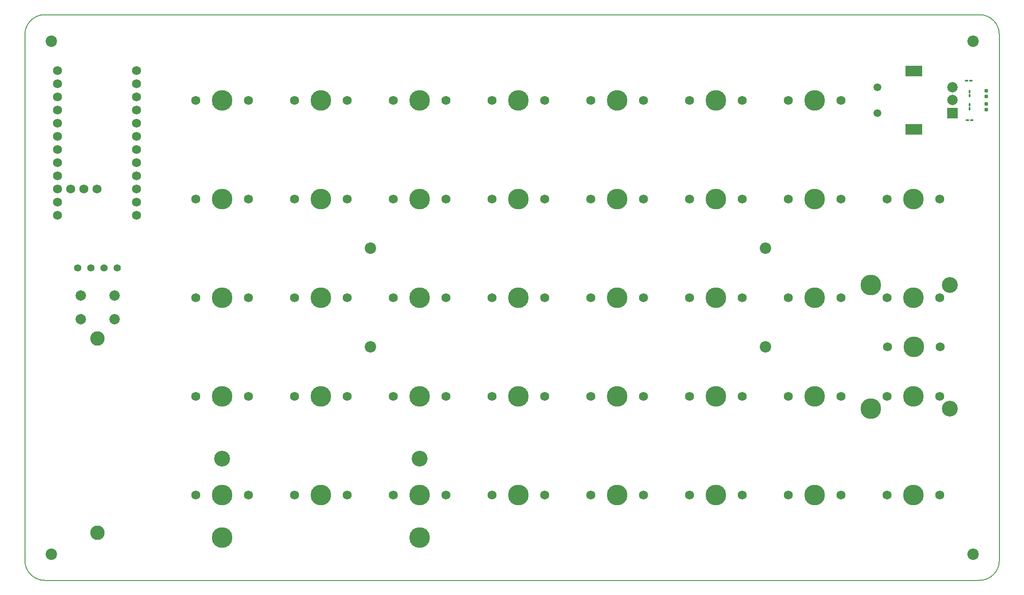
<source format=gbr>
G04 #@! TF.GenerationSoftware,KiCad,Pcbnew,(6.0.1)*
G04 #@! TF.CreationDate,2022-02-23T16:18:42+00:00*
G04 #@! TF.ProjectId,Keyboard Right Hand Side,4b657962-6f61-4726-9420-526967687420,rev?*
G04 #@! TF.SameCoordinates,Original*
G04 #@! TF.FileFunction,Soldermask,Top*
G04 #@! TF.FilePolarity,Negative*
%FSLAX46Y46*%
G04 Gerber Fmt 4.6, Leading zero omitted, Abs format (unit mm)*
G04 Created by KiCad (PCBNEW (6.0.1)) date 2022-02-23 16:18:42*
%MOMM*%
%LPD*%
G01*
G04 APERTURE LIST*
G04 Aperture macros list*
%AMRoundRect*
0 Rectangle with rounded corners*
0 $1 Rounding radius*
0 $2 $3 $4 $5 $6 $7 $8 $9 X,Y pos of 4 corners*
0 Add a 4 corners polygon primitive as box body*
4,1,4,$2,$3,$4,$5,$6,$7,$8,$9,$2,$3,0*
0 Add four circle primitives for the rounded corners*
1,1,$1+$1,$2,$3*
1,1,$1+$1,$4,$5*
1,1,$1+$1,$6,$7*
1,1,$1+$1,$8,$9*
0 Add four rect primitives between the rounded corners*
20,1,$1+$1,$2,$3,$4,$5,0*
20,1,$1+$1,$4,$5,$6,$7,0*
20,1,$1+$1,$6,$7,$8,$9,0*
20,1,$1+$1,$8,$9,$2,$3,0*%
G04 Aperture macros list end*
G04 #@! TA.AperFunction,Profile*
%ADD10C,0.200000*%
G04 #@! TD*
%ADD11C,2.200000*%
%ADD12C,3.987800*%
%ADD13C,1.750000*%
%ADD14RoundRect,0.100000X0.217500X0.100000X-0.217500X0.100000X-0.217500X-0.100000X0.217500X-0.100000X0*%
%ADD15RoundRect,0.155000X-0.155000X0.212500X-0.155000X-0.212500X0.155000X-0.212500X0.155000X0.212500X0*%
%ADD16RoundRect,0.100000X-0.100000X0.217500X-0.100000X-0.217500X0.100000X-0.217500X0.100000X0.217500X0*%
%ADD17C,3.048000*%
%ADD18C,2.000000*%
%ADD19RoundRect,0.100000X0.100000X-0.217500X0.100000X0.217500X-0.100000X0.217500X-0.100000X-0.217500X0*%
%ADD20C,1.500000*%
%ADD21R,2.000000X2.000000*%
%ADD22R,3.200000X2.000000*%
%ADD23C,1.397000*%
%ADD24C,1.752600*%
%ADD25C,2.800000*%
G04 APERTURE END LIST*
D10*
X264793323Y-41276677D02*
G75*
G03*
X260983323Y-37466677I-3809999J1D01*
G01*
X260983323Y-146683323D02*
G75*
G03*
X264793323Y-142873323I1J3809999D01*
G01*
X80646677Y-37466677D02*
X260983323Y-37466677D01*
X76836677Y-142873323D02*
X76836677Y-41276677D01*
X260983323Y-146683323D02*
X80646677Y-146683323D01*
X80646677Y-37466677D02*
G75*
G03*
X76836677Y-41276677I-1J-3809999D01*
G01*
X76836677Y-142873323D02*
G75*
G03*
X80646677Y-146683323I3809999J-1D01*
G01*
X264793323Y-41276677D02*
X264793323Y-142873323D01*
D11*
X259715000Y-42545000D03*
X81915000Y-42545000D03*
X81915000Y-141605000D03*
X259715000Y-141605000D03*
X219710000Y-101600000D03*
X143510000Y-101600000D03*
X219710000Y-82550000D03*
X143510000Y-82550000D03*
D12*
X172057300Y-92083000D03*
D13*
X177137300Y-92083000D03*
X166977300Y-92083000D03*
D14*
X259285000Y-50165000D03*
X258470000Y-50165000D03*
D12*
X191107300Y-130183000D03*
D13*
X186027300Y-130183000D03*
X196187300Y-130183000D03*
D15*
X262255000Y-52137500D03*
X262255000Y-53272500D03*
D12*
X191107300Y-73033000D03*
D13*
X186027300Y-73033000D03*
X196187300Y-73033000D03*
X128877300Y-111133000D03*
D12*
X133957300Y-111133000D03*
D13*
X139037300Y-111133000D03*
D16*
X259080000Y-54837500D03*
X259080000Y-55652500D03*
D13*
X128877300Y-92083000D03*
X139037300Y-92083000D03*
D12*
X133957300Y-92083000D03*
D13*
X215237300Y-92083000D03*
X205077300Y-92083000D03*
D12*
X210157300Y-92083000D03*
D13*
X119987300Y-53983000D03*
D12*
X114907300Y-53983000D03*
D13*
X109827300Y-53983000D03*
D14*
X259487500Y-57785000D03*
X258672500Y-57785000D03*
D13*
X234287300Y-111133000D03*
X224127300Y-111133000D03*
D12*
X229207300Y-111133000D03*
D13*
X177137300Y-53983000D03*
X166977300Y-53983000D03*
D12*
X172057300Y-53983000D03*
D13*
X224127300Y-92083000D03*
X234287300Y-92083000D03*
D12*
X229207300Y-92083000D03*
D13*
X158087300Y-73033000D03*
D12*
X153007300Y-73033000D03*
D13*
X147927300Y-73033000D03*
X166977300Y-73033000D03*
D12*
X172057300Y-73033000D03*
D13*
X177137300Y-73033000D03*
X119987300Y-130183000D03*
D12*
X114907300Y-130183000D03*
D13*
X109827300Y-130183000D03*
D15*
X262255000Y-54677500D03*
X262255000Y-55812500D03*
D12*
X133957300Y-130183000D03*
D17*
X114907300Y-123198000D03*
D12*
X153007300Y-138438000D03*
D13*
X139037300Y-130183000D03*
X128877300Y-130183000D03*
D12*
X114907300Y-138438000D03*
D17*
X153007300Y-123198000D03*
D13*
X253337300Y-130183000D03*
D12*
X248257300Y-130183000D03*
D13*
X243177300Y-130183000D03*
D18*
X87630000Y-91730000D03*
X94130000Y-91730000D03*
X87630000Y-96230000D03*
X94130000Y-96230000D03*
D12*
X191107300Y-111133000D03*
D13*
X186027300Y-111133000D03*
X196187300Y-111133000D03*
X158087300Y-53983000D03*
X147927300Y-53983000D03*
D12*
X153007300Y-53983000D03*
X133957300Y-73033000D03*
D13*
X139037300Y-73033000D03*
X128877300Y-73033000D03*
D12*
X191107300Y-92083000D03*
D13*
X196187300Y-92083000D03*
X186027300Y-92083000D03*
X234287300Y-73033000D03*
X224127300Y-73033000D03*
D12*
X229207300Y-73033000D03*
D13*
X243177300Y-73033000D03*
X253337300Y-73033000D03*
D12*
X248257300Y-73033000D03*
D13*
X166977300Y-111133000D03*
X177137300Y-111133000D03*
D12*
X172057300Y-111133000D03*
D13*
X205077300Y-73033000D03*
D12*
X210157300Y-73033000D03*
D13*
X215237300Y-73033000D03*
D12*
X172057300Y-130183000D03*
D13*
X166977300Y-130183000D03*
X177137300Y-130183000D03*
X147927300Y-130183000D03*
D12*
X153007300Y-130183000D03*
D13*
X158087300Y-130183000D03*
D19*
X259080000Y-53112500D03*
X259080000Y-52297500D03*
D13*
X128877300Y-53983000D03*
X139037300Y-53983000D03*
D12*
X133957300Y-53983000D03*
D20*
X241275000Y-51470000D03*
X241275000Y-56470000D03*
D21*
X255775000Y-56470000D03*
D18*
X255775000Y-51470000D03*
X255775000Y-53970000D03*
D22*
X248275000Y-48370000D03*
X248275000Y-59570000D03*
D12*
X248272300Y-101603000D03*
D17*
X255257300Y-113541000D03*
D12*
X240017300Y-89665000D03*
X240017300Y-113541000D03*
D17*
X255257300Y-89665000D03*
D13*
X243192300Y-101603000D03*
X253352300Y-101603000D03*
X224127300Y-53983000D03*
D12*
X229207300Y-53983000D03*
D13*
X234287300Y-53983000D03*
D12*
X248242300Y-111133000D03*
D13*
X253322300Y-111133000D03*
X243162300Y-111133000D03*
X119987300Y-73033000D03*
D12*
X114907300Y-73033000D03*
D13*
X109827300Y-73033000D03*
X215237300Y-53983000D03*
X205077300Y-53983000D03*
D12*
X210157300Y-53983000D03*
X153007300Y-111133000D03*
D13*
X147927300Y-111133000D03*
X158087300Y-111133000D03*
X234287300Y-130183000D03*
X224127300Y-130183000D03*
D12*
X229207300Y-130183000D03*
D23*
X94605000Y-86360000D03*
X92065000Y-86360000D03*
X89525000Y-86360000D03*
X86985000Y-86360000D03*
D13*
X215237300Y-130183000D03*
D12*
X210157300Y-130183000D03*
D13*
X205077300Y-130183000D03*
D12*
X210157300Y-111133000D03*
D13*
X205077300Y-111133000D03*
X215237300Y-111133000D03*
D24*
X83157300Y-48234750D03*
X83157300Y-50774750D03*
X83157300Y-53314750D03*
X83157300Y-55854750D03*
X83157300Y-58394750D03*
X83157300Y-60934750D03*
X83157300Y-63474750D03*
X83157300Y-66014750D03*
X83157300Y-68554750D03*
X83157300Y-71094750D03*
X83157300Y-73634750D03*
X83157300Y-76174750D03*
X98397300Y-76174750D03*
X98397300Y-73634750D03*
X98397300Y-71094750D03*
X98397300Y-68554750D03*
X98397300Y-66014750D03*
X98397300Y-63474750D03*
X98397300Y-60934750D03*
X98397300Y-58394750D03*
X98397300Y-55854750D03*
X98397300Y-53314750D03*
X98397300Y-50774750D03*
X98397300Y-48234750D03*
X85697300Y-71094750D03*
X88237300Y-71094750D03*
X90777300Y-71094750D03*
D12*
X114907300Y-111133000D03*
D13*
X119987300Y-111133000D03*
X109827300Y-111133000D03*
D25*
X90805000Y-137495000D03*
X90805000Y-99995000D03*
D12*
X153007300Y-92083000D03*
D13*
X158087300Y-92083000D03*
X147927300Y-92083000D03*
D12*
X114907300Y-92083000D03*
D13*
X109827300Y-92083000D03*
X119987300Y-92083000D03*
X186027300Y-53983000D03*
X196187300Y-53983000D03*
D12*
X191107300Y-53983000D03*
X248212300Y-92083000D03*
D13*
X253292300Y-92083000D03*
X243132300Y-92083000D03*
M02*

</source>
